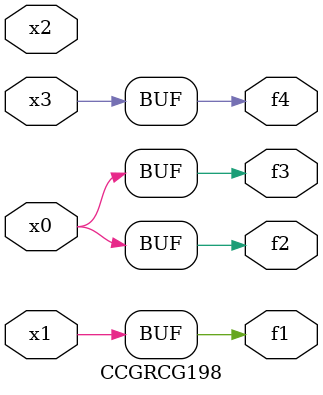
<source format=v>
module CCGRCG198(
	input x0, x1, x2, x3,
	output f1, f2, f3, f4
);
	assign f1 = x1;
	assign f2 = x0;
	assign f3 = x0;
	assign f4 = x3;
endmodule

</source>
